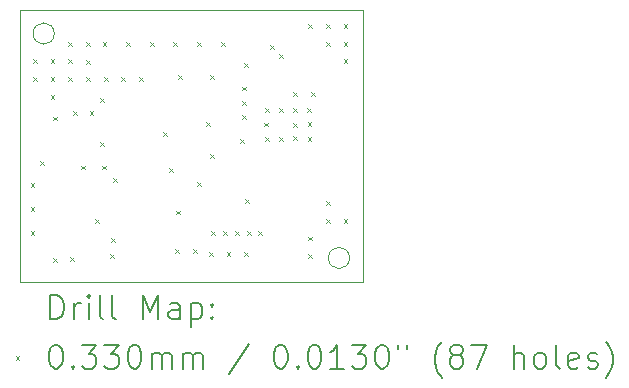
<source format=gbr>
%TF.GenerationSoftware,KiCad,Pcbnew,8.0.1*%
%TF.CreationDate,2024-07-01T16:13:14-04:00*%
%TF.ProjectId,V1,56312e6b-6963-4616-945f-706362585858,rev?*%
%TF.SameCoordinates,Original*%
%TF.FileFunction,Drillmap*%
%TF.FilePolarity,Positive*%
%FSLAX45Y45*%
G04 Gerber Fmt 4.5, Leading zero omitted, Abs format (unit mm)*
G04 Created by KiCad (PCBNEW 8.0.1) date 2024-07-01 16:13:14*
%MOMM*%
%LPD*%
G01*
G04 APERTURE LIST*
%ADD10C,0.100000*%
%ADD11C,0.200000*%
G04 APERTURE END LIST*
D10*
X17916000Y-10019862D02*
X17916000Y-12319862D01*
X17806000Y-12119862D02*
G75*
G02*
X17626000Y-12119862I-90000J0D01*
G01*
X17626000Y-12119862D02*
G75*
G02*
X17806000Y-12119862I90000J0D01*
G01*
X15016000Y-12319862D02*
X15016000Y-10019862D01*
X17916000Y-12319862D02*
X15016000Y-12319862D01*
X15306000Y-10219862D02*
G75*
G02*
X15126000Y-10219862I-90000J0D01*
G01*
X15126000Y-10219862D02*
G75*
G02*
X15306000Y-10219862I90000J0D01*
G01*
X15016000Y-10019862D02*
X17916000Y-10019862D01*
D11*
D10*
X15104490Y-11488352D02*
X15137510Y-11521372D01*
X15137510Y-11488352D02*
X15104490Y-11521372D01*
X15104490Y-11688352D02*
X15137510Y-11721372D01*
X15137510Y-11688352D02*
X15104490Y-11721372D01*
X15104490Y-11888352D02*
X15137510Y-11921372D01*
X15137510Y-11888352D02*
X15104490Y-11921372D01*
X15124490Y-10438352D02*
X15157510Y-10471372D01*
X15157510Y-10438352D02*
X15124490Y-10471372D01*
X15124490Y-10588352D02*
X15157510Y-10621372D01*
X15157510Y-10588352D02*
X15124490Y-10621372D01*
X15188490Y-11300102D02*
X15221510Y-11333122D01*
X15221510Y-11300102D02*
X15188490Y-11333122D01*
X15274490Y-10438352D02*
X15307510Y-10471372D01*
X15307510Y-10438352D02*
X15274490Y-10471372D01*
X15274490Y-10588352D02*
X15307510Y-10621372D01*
X15307510Y-10588352D02*
X15274490Y-10621372D01*
X15274490Y-10738352D02*
X15307510Y-10771372D01*
X15307510Y-10738352D02*
X15274490Y-10771372D01*
X15295490Y-10922352D02*
X15328510Y-10955372D01*
X15328510Y-10922352D02*
X15295490Y-10955372D01*
X15297490Y-12117352D02*
X15330510Y-12150372D01*
X15330510Y-12117352D02*
X15297490Y-12150372D01*
X15424490Y-10288352D02*
X15457510Y-10321372D01*
X15457510Y-10288352D02*
X15424490Y-10321372D01*
X15424490Y-10438352D02*
X15457510Y-10471372D01*
X15457510Y-10438352D02*
X15424490Y-10471372D01*
X15424490Y-10588352D02*
X15457510Y-10621372D01*
X15457510Y-10588352D02*
X15424490Y-10621372D01*
X15441490Y-12113352D02*
X15474510Y-12146372D01*
X15474510Y-12113352D02*
X15441490Y-12146372D01*
X15464490Y-10878352D02*
X15497510Y-10911372D01*
X15497510Y-10878352D02*
X15464490Y-10911372D01*
X15533490Y-11337352D02*
X15566510Y-11370372D01*
X15566510Y-11337352D02*
X15533490Y-11370372D01*
X15574490Y-10293352D02*
X15607510Y-10326372D01*
X15607510Y-10293352D02*
X15574490Y-10326372D01*
X15574490Y-10443352D02*
X15607510Y-10476372D01*
X15607510Y-10443352D02*
X15574490Y-10476372D01*
X15574490Y-10588352D02*
X15607510Y-10621372D01*
X15607510Y-10588352D02*
X15574490Y-10621372D01*
X15604490Y-10878352D02*
X15637510Y-10911372D01*
X15637510Y-10878352D02*
X15604490Y-10911372D01*
X15654490Y-11788352D02*
X15687510Y-11821372D01*
X15687510Y-11788352D02*
X15654490Y-11821372D01*
X15695490Y-10763502D02*
X15728510Y-10796522D01*
X15728510Y-10763502D02*
X15695490Y-10796522D01*
X15695840Y-11140502D02*
X15728860Y-11173522D01*
X15728860Y-11140502D02*
X15695840Y-11173522D01*
X15711490Y-11337352D02*
X15744510Y-11370372D01*
X15744510Y-11337352D02*
X15711490Y-11370372D01*
X15714490Y-10293602D02*
X15747510Y-10326622D01*
X15747510Y-10293602D02*
X15714490Y-10326622D01*
X15724490Y-10588352D02*
X15757510Y-10621372D01*
X15757510Y-10588352D02*
X15724490Y-10621372D01*
X15774490Y-12088352D02*
X15807510Y-12121372D01*
X15807510Y-12088352D02*
X15774490Y-12121372D01*
X15789490Y-11949352D02*
X15822510Y-11982372D01*
X15822510Y-11949352D02*
X15789490Y-11982372D01*
X15802490Y-11446352D02*
X15835510Y-11479372D01*
X15835510Y-11446352D02*
X15802490Y-11479372D01*
X15874490Y-10588352D02*
X15907510Y-10621372D01*
X15907510Y-10588352D02*
X15874490Y-10621372D01*
X15914490Y-10293602D02*
X15947510Y-10326622D01*
X15947510Y-10293602D02*
X15914490Y-10326622D01*
X16024490Y-10588352D02*
X16057510Y-10621372D01*
X16057510Y-10588352D02*
X16024490Y-10621372D01*
X16114490Y-10293602D02*
X16147510Y-10326622D01*
X16147510Y-10293602D02*
X16114490Y-10326622D01*
X16228490Y-11054352D02*
X16261510Y-11087372D01*
X16261510Y-11054352D02*
X16228490Y-11087372D01*
X16275740Y-11357352D02*
X16308760Y-11390372D01*
X16308760Y-11357352D02*
X16275740Y-11390372D01*
X16314490Y-10293602D02*
X16347510Y-10326622D01*
X16347510Y-10293602D02*
X16314490Y-10326622D01*
X16324490Y-12047352D02*
X16357510Y-12080372D01*
X16357510Y-12047352D02*
X16324490Y-12080372D01*
X16334490Y-11718352D02*
X16367510Y-11751372D01*
X16367510Y-11718352D02*
X16334490Y-11751372D01*
X16354490Y-10569352D02*
X16387510Y-10602372D01*
X16387510Y-10569352D02*
X16354490Y-10602372D01*
X16479490Y-12047352D02*
X16512510Y-12080372D01*
X16512510Y-12047352D02*
X16479490Y-12080372D01*
X16513590Y-11474102D02*
X16546610Y-11507122D01*
X16546610Y-11474102D02*
X16513590Y-11507122D01*
X16514490Y-10293602D02*
X16547510Y-10326622D01*
X16547510Y-10293602D02*
X16514490Y-10326622D01*
X16594490Y-10968352D02*
X16627510Y-11001372D01*
X16627510Y-10968352D02*
X16594490Y-11001372D01*
X16614490Y-12068352D02*
X16647510Y-12101372D01*
X16647510Y-12068352D02*
X16614490Y-12101372D01*
X16623490Y-11240352D02*
X16656510Y-11273372D01*
X16656510Y-11240352D02*
X16623490Y-11273372D01*
X16624340Y-10571002D02*
X16657360Y-10604022D01*
X16657360Y-10571002D02*
X16624340Y-10604022D01*
X16634490Y-11888852D02*
X16667510Y-11921872D01*
X16667510Y-11888852D02*
X16634490Y-11921872D01*
X16714490Y-10293602D02*
X16747510Y-10326622D01*
X16747510Y-10293602D02*
X16714490Y-10326622D01*
X16734490Y-11888852D02*
X16767510Y-11921872D01*
X16767510Y-11888852D02*
X16734490Y-11921872D01*
X16764490Y-12068352D02*
X16797510Y-12101372D01*
X16797510Y-12068352D02*
X16764490Y-12101372D01*
X16834490Y-11888852D02*
X16867510Y-11921872D01*
X16867510Y-11888852D02*
X16834490Y-11921872D01*
X16879740Y-11116352D02*
X16912760Y-11149372D01*
X16912760Y-11116352D02*
X16879740Y-11149372D01*
X16894490Y-10668352D02*
X16927510Y-10701372D01*
X16927510Y-10668352D02*
X16894490Y-10701372D01*
X16894490Y-10913352D02*
X16927510Y-10946372D01*
X16927510Y-10913352D02*
X16894490Y-10946372D01*
X16897840Y-10791002D02*
X16930860Y-10824022D01*
X16930860Y-10791002D02*
X16897840Y-10824022D01*
X16914490Y-10469352D02*
X16947510Y-10502372D01*
X16947510Y-10469352D02*
X16914490Y-10502372D01*
X16914490Y-12068352D02*
X16947510Y-12101372D01*
X16947510Y-12068352D02*
X16914490Y-12101372D01*
X16923490Y-11617352D02*
X16956510Y-11650372D01*
X16956510Y-11617352D02*
X16923490Y-11650372D01*
X16934490Y-11888852D02*
X16967510Y-11921872D01*
X16967510Y-11888852D02*
X16934490Y-11921872D01*
X17034490Y-11888852D02*
X17067510Y-11921872D01*
X17067510Y-11888852D02*
X17034490Y-11921872D01*
X17085490Y-10973352D02*
X17118510Y-11006372D01*
X17118510Y-10973352D02*
X17085490Y-11006372D01*
X17087490Y-11094352D02*
X17120510Y-11127372D01*
X17120510Y-11094352D02*
X17087490Y-11127372D01*
X17089490Y-10853352D02*
X17122510Y-10886372D01*
X17122510Y-10853352D02*
X17089490Y-10886372D01*
X17130490Y-10316352D02*
X17163510Y-10349372D01*
X17163510Y-10316352D02*
X17130490Y-10349372D01*
X17206490Y-11096352D02*
X17239510Y-11129372D01*
X17239510Y-11096352D02*
X17206490Y-11129372D01*
X17209490Y-10853352D02*
X17242510Y-10886372D01*
X17242510Y-10853352D02*
X17209490Y-10886372D01*
X17211490Y-10395352D02*
X17244510Y-10428372D01*
X17244510Y-10395352D02*
X17211490Y-10428372D01*
X17324490Y-10713352D02*
X17357510Y-10746372D01*
X17357510Y-10713352D02*
X17324490Y-10746372D01*
X17325490Y-10978352D02*
X17358510Y-11011372D01*
X17358510Y-10978352D02*
X17325490Y-11011372D01*
X17327490Y-11090352D02*
X17360510Y-11123372D01*
X17360510Y-11090352D02*
X17327490Y-11123372D01*
X17329490Y-10853352D02*
X17362510Y-10886372D01*
X17362510Y-10853352D02*
X17329490Y-10886372D01*
X17449490Y-10853352D02*
X17482510Y-10886372D01*
X17482510Y-10853352D02*
X17449490Y-10886372D01*
X17450490Y-10972352D02*
X17483510Y-11005372D01*
X17483510Y-10972352D02*
X17450490Y-11005372D01*
X17450490Y-11092352D02*
X17483510Y-11125372D01*
X17483510Y-11092352D02*
X17450490Y-11125372D01*
X17454490Y-10138352D02*
X17487510Y-10171372D01*
X17487510Y-10138352D02*
X17454490Y-10171372D01*
X17454490Y-11938352D02*
X17487510Y-11971372D01*
X17487510Y-11938352D02*
X17454490Y-11971372D01*
X17454490Y-12088352D02*
X17487510Y-12121372D01*
X17487510Y-12088352D02*
X17454490Y-12121372D01*
X17476490Y-10714352D02*
X17509510Y-10747372D01*
X17509510Y-10714352D02*
X17476490Y-10747372D01*
X17604490Y-10138352D02*
X17637510Y-10171372D01*
X17637510Y-10138352D02*
X17604490Y-10171372D01*
X17604490Y-10288352D02*
X17637510Y-10321372D01*
X17637510Y-10288352D02*
X17604490Y-10321372D01*
X17604490Y-11638352D02*
X17637510Y-11671372D01*
X17637510Y-11638352D02*
X17604490Y-11671372D01*
X17604490Y-11788352D02*
X17637510Y-11821372D01*
X17637510Y-11788352D02*
X17604490Y-11821372D01*
X17754490Y-10138352D02*
X17787510Y-10171372D01*
X17787510Y-10138352D02*
X17754490Y-10171372D01*
X17754490Y-10288352D02*
X17787510Y-10321372D01*
X17787510Y-10288352D02*
X17754490Y-10321372D01*
X17754490Y-10438352D02*
X17787510Y-10471372D01*
X17787510Y-10438352D02*
X17754490Y-10471372D01*
X17754490Y-11788352D02*
X17787510Y-11821372D01*
X17787510Y-11788352D02*
X17754490Y-11821372D01*
D11*
X15271777Y-12636346D02*
X15271777Y-12436346D01*
X15271777Y-12436346D02*
X15319396Y-12436346D01*
X15319396Y-12436346D02*
X15347967Y-12445870D01*
X15347967Y-12445870D02*
X15367015Y-12464917D01*
X15367015Y-12464917D02*
X15376539Y-12483965D01*
X15376539Y-12483965D02*
X15386062Y-12522060D01*
X15386062Y-12522060D02*
X15386062Y-12550632D01*
X15386062Y-12550632D02*
X15376539Y-12588727D01*
X15376539Y-12588727D02*
X15367015Y-12607774D01*
X15367015Y-12607774D02*
X15347967Y-12626822D01*
X15347967Y-12626822D02*
X15319396Y-12636346D01*
X15319396Y-12636346D02*
X15271777Y-12636346D01*
X15471777Y-12636346D02*
X15471777Y-12503012D01*
X15471777Y-12541108D02*
X15481301Y-12522060D01*
X15481301Y-12522060D02*
X15490824Y-12512536D01*
X15490824Y-12512536D02*
X15509872Y-12503012D01*
X15509872Y-12503012D02*
X15528920Y-12503012D01*
X15595586Y-12636346D02*
X15595586Y-12503012D01*
X15595586Y-12436346D02*
X15586062Y-12445870D01*
X15586062Y-12445870D02*
X15595586Y-12455393D01*
X15595586Y-12455393D02*
X15605110Y-12445870D01*
X15605110Y-12445870D02*
X15595586Y-12436346D01*
X15595586Y-12436346D02*
X15595586Y-12455393D01*
X15719396Y-12636346D02*
X15700348Y-12626822D01*
X15700348Y-12626822D02*
X15690824Y-12607774D01*
X15690824Y-12607774D02*
X15690824Y-12436346D01*
X15824158Y-12636346D02*
X15805110Y-12626822D01*
X15805110Y-12626822D02*
X15795586Y-12607774D01*
X15795586Y-12607774D02*
X15795586Y-12436346D01*
X16052729Y-12636346D02*
X16052729Y-12436346D01*
X16052729Y-12436346D02*
X16119396Y-12579203D01*
X16119396Y-12579203D02*
X16186062Y-12436346D01*
X16186062Y-12436346D02*
X16186062Y-12636346D01*
X16367015Y-12636346D02*
X16367015Y-12531584D01*
X16367015Y-12531584D02*
X16357491Y-12512536D01*
X16357491Y-12512536D02*
X16338443Y-12503012D01*
X16338443Y-12503012D02*
X16300348Y-12503012D01*
X16300348Y-12503012D02*
X16281301Y-12512536D01*
X16367015Y-12626822D02*
X16347967Y-12636346D01*
X16347967Y-12636346D02*
X16300348Y-12636346D01*
X16300348Y-12636346D02*
X16281301Y-12626822D01*
X16281301Y-12626822D02*
X16271777Y-12607774D01*
X16271777Y-12607774D02*
X16271777Y-12588727D01*
X16271777Y-12588727D02*
X16281301Y-12569679D01*
X16281301Y-12569679D02*
X16300348Y-12560155D01*
X16300348Y-12560155D02*
X16347967Y-12560155D01*
X16347967Y-12560155D02*
X16367015Y-12550632D01*
X16462253Y-12503012D02*
X16462253Y-12703012D01*
X16462253Y-12512536D02*
X16481301Y-12503012D01*
X16481301Y-12503012D02*
X16519396Y-12503012D01*
X16519396Y-12503012D02*
X16538443Y-12512536D01*
X16538443Y-12512536D02*
X16547967Y-12522060D01*
X16547967Y-12522060D02*
X16557491Y-12541108D01*
X16557491Y-12541108D02*
X16557491Y-12598251D01*
X16557491Y-12598251D02*
X16547967Y-12617298D01*
X16547967Y-12617298D02*
X16538443Y-12626822D01*
X16538443Y-12626822D02*
X16519396Y-12636346D01*
X16519396Y-12636346D02*
X16481301Y-12636346D01*
X16481301Y-12636346D02*
X16462253Y-12626822D01*
X16643205Y-12617298D02*
X16652729Y-12626822D01*
X16652729Y-12626822D02*
X16643205Y-12636346D01*
X16643205Y-12636346D02*
X16633682Y-12626822D01*
X16633682Y-12626822D02*
X16643205Y-12617298D01*
X16643205Y-12617298D02*
X16643205Y-12636346D01*
X16643205Y-12512536D02*
X16652729Y-12522060D01*
X16652729Y-12522060D02*
X16643205Y-12531584D01*
X16643205Y-12531584D02*
X16633682Y-12522060D01*
X16633682Y-12522060D02*
X16643205Y-12512536D01*
X16643205Y-12512536D02*
X16643205Y-12531584D01*
D10*
X14977980Y-12948352D02*
X15011000Y-12981372D01*
X15011000Y-12948352D02*
X14977980Y-12981372D01*
D11*
X15309872Y-12856346D02*
X15328920Y-12856346D01*
X15328920Y-12856346D02*
X15347967Y-12865870D01*
X15347967Y-12865870D02*
X15357491Y-12875393D01*
X15357491Y-12875393D02*
X15367015Y-12894441D01*
X15367015Y-12894441D02*
X15376539Y-12932536D01*
X15376539Y-12932536D02*
X15376539Y-12980155D01*
X15376539Y-12980155D02*
X15367015Y-13018251D01*
X15367015Y-13018251D02*
X15357491Y-13037298D01*
X15357491Y-13037298D02*
X15347967Y-13046822D01*
X15347967Y-13046822D02*
X15328920Y-13056346D01*
X15328920Y-13056346D02*
X15309872Y-13056346D01*
X15309872Y-13056346D02*
X15290824Y-13046822D01*
X15290824Y-13046822D02*
X15281301Y-13037298D01*
X15281301Y-13037298D02*
X15271777Y-13018251D01*
X15271777Y-13018251D02*
X15262253Y-12980155D01*
X15262253Y-12980155D02*
X15262253Y-12932536D01*
X15262253Y-12932536D02*
X15271777Y-12894441D01*
X15271777Y-12894441D02*
X15281301Y-12875393D01*
X15281301Y-12875393D02*
X15290824Y-12865870D01*
X15290824Y-12865870D02*
X15309872Y-12856346D01*
X15462253Y-13037298D02*
X15471777Y-13046822D01*
X15471777Y-13046822D02*
X15462253Y-13056346D01*
X15462253Y-13056346D02*
X15452729Y-13046822D01*
X15452729Y-13046822D02*
X15462253Y-13037298D01*
X15462253Y-13037298D02*
X15462253Y-13056346D01*
X15538443Y-12856346D02*
X15662253Y-12856346D01*
X15662253Y-12856346D02*
X15595586Y-12932536D01*
X15595586Y-12932536D02*
X15624158Y-12932536D01*
X15624158Y-12932536D02*
X15643205Y-12942060D01*
X15643205Y-12942060D02*
X15652729Y-12951584D01*
X15652729Y-12951584D02*
X15662253Y-12970632D01*
X15662253Y-12970632D02*
X15662253Y-13018251D01*
X15662253Y-13018251D02*
X15652729Y-13037298D01*
X15652729Y-13037298D02*
X15643205Y-13046822D01*
X15643205Y-13046822D02*
X15624158Y-13056346D01*
X15624158Y-13056346D02*
X15567015Y-13056346D01*
X15567015Y-13056346D02*
X15547967Y-13046822D01*
X15547967Y-13046822D02*
X15538443Y-13037298D01*
X15728920Y-12856346D02*
X15852729Y-12856346D01*
X15852729Y-12856346D02*
X15786062Y-12932536D01*
X15786062Y-12932536D02*
X15814634Y-12932536D01*
X15814634Y-12932536D02*
X15833682Y-12942060D01*
X15833682Y-12942060D02*
X15843205Y-12951584D01*
X15843205Y-12951584D02*
X15852729Y-12970632D01*
X15852729Y-12970632D02*
X15852729Y-13018251D01*
X15852729Y-13018251D02*
X15843205Y-13037298D01*
X15843205Y-13037298D02*
X15833682Y-13046822D01*
X15833682Y-13046822D02*
X15814634Y-13056346D01*
X15814634Y-13056346D02*
X15757491Y-13056346D01*
X15757491Y-13056346D02*
X15738443Y-13046822D01*
X15738443Y-13046822D02*
X15728920Y-13037298D01*
X15976539Y-12856346D02*
X15995586Y-12856346D01*
X15995586Y-12856346D02*
X16014634Y-12865870D01*
X16014634Y-12865870D02*
X16024158Y-12875393D01*
X16024158Y-12875393D02*
X16033682Y-12894441D01*
X16033682Y-12894441D02*
X16043205Y-12932536D01*
X16043205Y-12932536D02*
X16043205Y-12980155D01*
X16043205Y-12980155D02*
X16033682Y-13018251D01*
X16033682Y-13018251D02*
X16024158Y-13037298D01*
X16024158Y-13037298D02*
X16014634Y-13046822D01*
X16014634Y-13046822D02*
X15995586Y-13056346D01*
X15995586Y-13056346D02*
X15976539Y-13056346D01*
X15976539Y-13056346D02*
X15957491Y-13046822D01*
X15957491Y-13046822D02*
X15947967Y-13037298D01*
X15947967Y-13037298D02*
X15938443Y-13018251D01*
X15938443Y-13018251D02*
X15928920Y-12980155D01*
X15928920Y-12980155D02*
X15928920Y-12932536D01*
X15928920Y-12932536D02*
X15938443Y-12894441D01*
X15938443Y-12894441D02*
X15947967Y-12875393D01*
X15947967Y-12875393D02*
X15957491Y-12865870D01*
X15957491Y-12865870D02*
X15976539Y-12856346D01*
X16128920Y-13056346D02*
X16128920Y-12923012D01*
X16128920Y-12942060D02*
X16138443Y-12932536D01*
X16138443Y-12932536D02*
X16157491Y-12923012D01*
X16157491Y-12923012D02*
X16186063Y-12923012D01*
X16186063Y-12923012D02*
X16205110Y-12932536D01*
X16205110Y-12932536D02*
X16214634Y-12951584D01*
X16214634Y-12951584D02*
X16214634Y-13056346D01*
X16214634Y-12951584D02*
X16224158Y-12932536D01*
X16224158Y-12932536D02*
X16243205Y-12923012D01*
X16243205Y-12923012D02*
X16271777Y-12923012D01*
X16271777Y-12923012D02*
X16290824Y-12932536D01*
X16290824Y-12932536D02*
X16300348Y-12951584D01*
X16300348Y-12951584D02*
X16300348Y-13056346D01*
X16395586Y-13056346D02*
X16395586Y-12923012D01*
X16395586Y-12942060D02*
X16405110Y-12932536D01*
X16405110Y-12932536D02*
X16424158Y-12923012D01*
X16424158Y-12923012D02*
X16452729Y-12923012D01*
X16452729Y-12923012D02*
X16471777Y-12932536D01*
X16471777Y-12932536D02*
X16481301Y-12951584D01*
X16481301Y-12951584D02*
X16481301Y-13056346D01*
X16481301Y-12951584D02*
X16490824Y-12932536D01*
X16490824Y-12932536D02*
X16509872Y-12923012D01*
X16509872Y-12923012D02*
X16538443Y-12923012D01*
X16538443Y-12923012D02*
X16557491Y-12932536D01*
X16557491Y-12932536D02*
X16567015Y-12951584D01*
X16567015Y-12951584D02*
X16567015Y-13056346D01*
X16957491Y-12846822D02*
X16786063Y-13103965D01*
X17214634Y-12856346D02*
X17233682Y-12856346D01*
X17233682Y-12856346D02*
X17252729Y-12865870D01*
X17252729Y-12865870D02*
X17262253Y-12875393D01*
X17262253Y-12875393D02*
X17271777Y-12894441D01*
X17271777Y-12894441D02*
X17281301Y-12932536D01*
X17281301Y-12932536D02*
X17281301Y-12980155D01*
X17281301Y-12980155D02*
X17271777Y-13018251D01*
X17271777Y-13018251D02*
X17262253Y-13037298D01*
X17262253Y-13037298D02*
X17252729Y-13046822D01*
X17252729Y-13046822D02*
X17233682Y-13056346D01*
X17233682Y-13056346D02*
X17214634Y-13056346D01*
X17214634Y-13056346D02*
X17195587Y-13046822D01*
X17195587Y-13046822D02*
X17186063Y-13037298D01*
X17186063Y-13037298D02*
X17176539Y-13018251D01*
X17176539Y-13018251D02*
X17167015Y-12980155D01*
X17167015Y-12980155D02*
X17167015Y-12932536D01*
X17167015Y-12932536D02*
X17176539Y-12894441D01*
X17176539Y-12894441D02*
X17186063Y-12875393D01*
X17186063Y-12875393D02*
X17195587Y-12865870D01*
X17195587Y-12865870D02*
X17214634Y-12856346D01*
X17367015Y-13037298D02*
X17376539Y-13046822D01*
X17376539Y-13046822D02*
X17367015Y-13056346D01*
X17367015Y-13056346D02*
X17357491Y-13046822D01*
X17357491Y-13046822D02*
X17367015Y-13037298D01*
X17367015Y-13037298D02*
X17367015Y-13056346D01*
X17500348Y-12856346D02*
X17519396Y-12856346D01*
X17519396Y-12856346D02*
X17538444Y-12865870D01*
X17538444Y-12865870D02*
X17547968Y-12875393D01*
X17547968Y-12875393D02*
X17557491Y-12894441D01*
X17557491Y-12894441D02*
X17567015Y-12932536D01*
X17567015Y-12932536D02*
X17567015Y-12980155D01*
X17567015Y-12980155D02*
X17557491Y-13018251D01*
X17557491Y-13018251D02*
X17547968Y-13037298D01*
X17547968Y-13037298D02*
X17538444Y-13046822D01*
X17538444Y-13046822D02*
X17519396Y-13056346D01*
X17519396Y-13056346D02*
X17500348Y-13056346D01*
X17500348Y-13056346D02*
X17481301Y-13046822D01*
X17481301Y-13046822D02*
X17471777Y-13037298D01*
X17471777Y-13037298D02*
X17462253Y-13018251D01*
X17462253Y-13018251D02*
X17452729Y-12980155D01*
X17452729Y-12980155D02*
X17452729Y-12932536D01*
X17452729Y-12932536D02*
X17462253Y-12894441D01*
X17462253Y-12894441D02*
X17471777Y-12875393D01*
X17471777Y-12875393D02*
X17481301Y-12865870D01*
X17481301Y-12865870D02*
X17500348Y-12856346D01*
X17757491Y-13056346D02*
X17643206Y-13056346D01*
X17700348Y-13056346D02*
X17700348Y-12856346D01*
X17700348Y-12856346D02*
X17681301Y-12884917D01*
X17681301Y-12884917D02*
X17662253Y-12903965D01*
X17662253Y-12903965D02*
X17643206Y-12913489D01*
X17824158Y-12856346D02*
X17947968Y-12856346D01*
X17947968Y-12856346D02*
X17881301Y-12932536D01*
X17881301Y-12932536D02*
X17909872Y-12932536D01*
X17909872Y-12932536D02*
X17928920Y-12942060D01*
X17928920Y-12942060D02*
X17938444Y-12951584D01*
X17938444Y-12951584D02*
X17947968Y-12970632D01*
X17947968Y-12970632D02*
X17947968Y-13018251D01*
X17947968Y-13018251D02*
X17938444Y-13037298D01*
X17938444Y-13037298D02*
X17928920Y-13046822D01*
X17928920Y-13046822D02*
X17909872Y-13056346D01*
X17909872Y-13056346D02*
X17852729Y-13056346D01*
X17852729Y-13056346D02*
X17833682Y-13046822D01*
X17833682Y-13046822D02*
X17824158Y-13037298D01*
X18071777Y-12856346D02*
X18090825Y-12856346D01*
X18090825Y-12856346D02*
X18109872Y-12865870D01*
X18109872Y-12865870D02*
X18119396Y-12875393D01*
X18119396Y-12875393D02*
X18128920Y-12894441D01*
X18128920Y-12894441D02*
X18138444Y-12932536D01*
X18138444Y-12932536D02*
X18138444Y-12980155D01*
X18138444Y-12980155D02*
X18128920Y-13018251D01*
X18128920Y-13018251D02*
X18119396Y-13037298D01*
X18119396Y-13037298D02*
X18109872Y-13046822D01*
X18109872Y-13046822D02*
X18090825Y-13056346D01*
X18090825Y-13056346D02*
X18071777Y-13056346D01*
X18071777Y-13056346D02*
X18052729Y-13046822D01*
X18052729Y-13046822D02*
X18043206Y-13037298D01*
X18043206Y-13037298D02*
X18033682Y-13018251D01*
X18033682Y-13018251D02*
X18024158Y-12980155D01*
X18024158Y-12980155D02*
X18024158Y-12932536D01*
X18024158Y-12932536D02*
X18033682Y-12894441D01*
X18033682Y-12894441D02*
X18043206Y-12875393D01*
X18043206Y-12875393D02*
X18052729Y-12865870D01*
X18052729Y-12865870D02*
X18071777Y-12856346D01*
X18214634Y-12856346D02*
X18214634Y-12894441D01*
X18290825Y-12856346D02*
X18290825Y-12894441D01*
X18586063Y-13132536D02*
X18576539Y-13123012D01*
X18576539Y-13123012D02*
X18557491Y-13094441D01*
X18557491Y-13094441D02*
X18547968Y-13075393D01*
X18547968Y-13075393D02*
X18538444Y-13046822D01*
X18538444Y-13046822D02*
X18528920Y-12999203D01*
X18528920Y-12999203D02*
X18528920Y-12961108D01*
X18528920Y-12961108D02*
X18538444Y-12913489D01*
X18538444Y-12913489D02*
X18547968Y-12884917D01*
X18547968Y-12884917D02*
X18557491Y-12865870D01*
X18557491Y-12865870D02*
X18576539Y-12837298D01*
X18576539Y-12837298D02*
X18586063Y-12827774D01*
X18690825Y-12942060D02*
X18671777Y-12932536D01*
X18671777Y-12932536D02*
X18662253Y-12923012D01*
X18662253Y-12923012D02*
X18652730Y-12903965D01*
X18652730Y-12903965D02*
X18652730Y-12894441D01*
X18652730Y-12894441D02*
X18662253Y-12875393D01*
X18662253Y-12875393D02*
X18671777Y-12865870D01*
X18671777Y-12865870D02*
X18690825Y-12856346D01*
X18690825Y-12856346D02*
X18728920Y-12856346D01*
X18728920Y-12856346D02*
X18747968Y-12865870D01*
X18747968Y-12865870D02*
X18757491Y-12875393D01*
X18757491Y-12875393D02*
X18767015Y-12894441D01*
X18767015Y-12894441D02*
X18767015Y-12903965D01*
X18767015Y-12903965D02*
X18757491Y-12923012D01*
X18757491Y-12923012D02*
X18747968Y-12932536D01*
X18747968Y-12932536D02*
X18728920Y-12942060D01*
X18728920Y-12942060D02*
X18690825Y-12942060D01*
X18690825Y-12942060D02*
X18671777Y-12951584D01*
X18671777Y-12951584D02*
X18662253Y-12961108D01*
X18662253Y-12961108D02*
X18652730Y-12980155D01*
X18652730Y-12980155D02*
X18652730Y-13018251D01*
X18652730Y-13018251D02*
X18662253Y-13037298D01*
X18662253Y-13037298D02*
X18671777Y-13046822D01*
X18671777Y-13046822D02*
X18690825Y-13056346D01*
X18690825Y-13056346D02*
X18728920Y-13056346D01*
X18728920Y-13056346D02*
X18747968Y-13046822D01*
X18747968Y-13046822D02*
X18757491Y-13037298D01*
X18757491Y-13037298D02*
X18767015Y-13018251D01*
X18767015Y-13018251D02*
X18767015Y-12980155D01*
X18767015Y-12980155D02*
X18757491Y-12961108D01*
X18757491Y-12961108D02*
X18747968Y-12951584D01*
X18747968Y-12951584D02*
X18728920Y-12942060D01*
X18833682Y-12856346D02*
X18967015Y-12856346D01*
X18967015Y-12856346D02*
X18881301Y-13056346D01*
X19195587Y-13056346D02*
X19195587Y-12856346D01*
X19281301Y-13056346D02*
X19281301Y-12951584D01*
X19281301Y-12951584D02*
X19271777Y-12932536D01*
X19271777Y-12932536D02*
X19252730Y-12923012D01*
X19252730Y-12923012D02*
X19224158Y-12923012D01*
X19224158Y-12923012D02*
X19205111Y-12932536D01*
X19205111Y-12932536D02*
X19195587Y-12942060D01*
X19405111Y-13056346D02*
X19386063Y-13046822D01*
X19386063Y-13046822D02*
X19376539Y-13037298D01*
X19376539Y-13037298D02*
X19367015Y-13018251D01*
X19367015Y-13018251D02*
X19367015Y-12961108D01*
X19367015Y-12961108D02*
X19376539Y-12942060D01*
X19376539Y-12942060D02*
X19386063Y-12932536D01*
X19386063Y-12932536D02*
X19405111Y-12923012D01*
X19405111Y-12923012D02*
X19433682Y-12923012D01*
X19433682Y-12923012D02*
X19452730Y-12932536D01*
X19452730Y-12932536D02*
X19462253Y-12942060D01*
X19462253Y-12942060D02*
X19471777Y-12961108D01*
X19471777Y-12961108D02*
X19471777Y-13018251D01*
X19471777Y-13018251D02*
X19462253Y-13037298D01*
X19462253Y-13037298D02*
X19452730Y-13046822D01*
X19452730Y-13046822D02*
X19433682Y-13056346D01*
X19433682Y-13056346D02*
X19405111Y-13056346D01*
X19586063Y-13056346D02*
X19567015Y-13046822D01*
X19567015Y-13046822D02*
X19557492Y-13027774D01*
X19557492Y-13027774D02*
X19557492Y-12856346D01*
X19738444Y-13046822D02*
X19719396Y-13056346D01*
X19719396Y-13056346D02*
X19681301Y-13056346D01*
X19681301Y-13056346D02*
X19662253Y-13046822D01*
X19662253Y-13046822D02*
X19652730Y-13027774D01*
X19652730Y-13027774D02*
X19652730Y-12951584D01*
X19652730Y-12951584D02*
X19662253Y-12932536D01*
X19662253Y-12932536D02*
X19681301Y-12923012D01*
X19681301Y-12923012D02*
X19719396Y-12923012D01*
X19719396Y-12923012D02*
X19738444Y-12932536D01*
X19738444Y-12932536D02*
X19747968Y-12951584D01*
X19747968Y-12951584D02*
X19747968Y-12970632D01*
X19747968Y-12970632D02*
X19652730Y-12989679D01*
X19824158Y-13046822D02*
X19843206Y-13056346D01*
X19843206Y-13056346D02*
X19881301Y-13056346D01*
X19881301Y-13056346D02*
X19900349Y-13046822D01*
X19900349Y-13046822D02*
X19909873Y-13027774D01*
X19909873Y-13027774D02*
X19909873Y-13018251D01*
X19909873Y-13018251D02*
X19900349Y-12999203D01*
X19900349Y-12999203D02*
X19881301Y-12989679D01*
X19881301Y-12989679D02*
X19852730Y-12989679D01*
X19852730Y-12989679D02*
X19833682Y-12980155D01*
X19833682Y-12980155D02*
X19824158Y-12961108D01*
X19824158Y-12961108D02*
X19824158Y-12951584D01*
X19824158Y-12951584D02*
X19833682Y-12932536D01*
X19833682Y-12932536D02*
X19852730Y-12923012D01*
X19852730Y-12923012D02*
X19881301Y-12923012D01*
X19881301Y-12923012D02*
X19900349Y-12932536D01*
X19976539Y-13132536D02*
X19986063Y-13123012D01*
X19986063Y-13123012D02*
X20005111Y-13094441D01*
X20005111Y-13094441D02*
X20014634Y-13075393D01*
X20014634Y-13075393D02*
X20024158Y-13046822D01*
X20024158Y-13046822D02*
X20033682Y-12999203D01*
X20033682Y-12999203D02*
X20033682Y-12961108D01*
X20033682Y-12961108D02*
X20024158Y-12913489D01*
X20024158Y-12913489D02*
X20014634Y-12884917D01*
X20014634Y-12884917D02*
X20005111Y-12865870D01*
X20005111Y-12865870D02*
X19986063Y-12837298D01*
X19986063Y-12837298D02*
X19976539Y-12827774D01*
M02*

</source>
